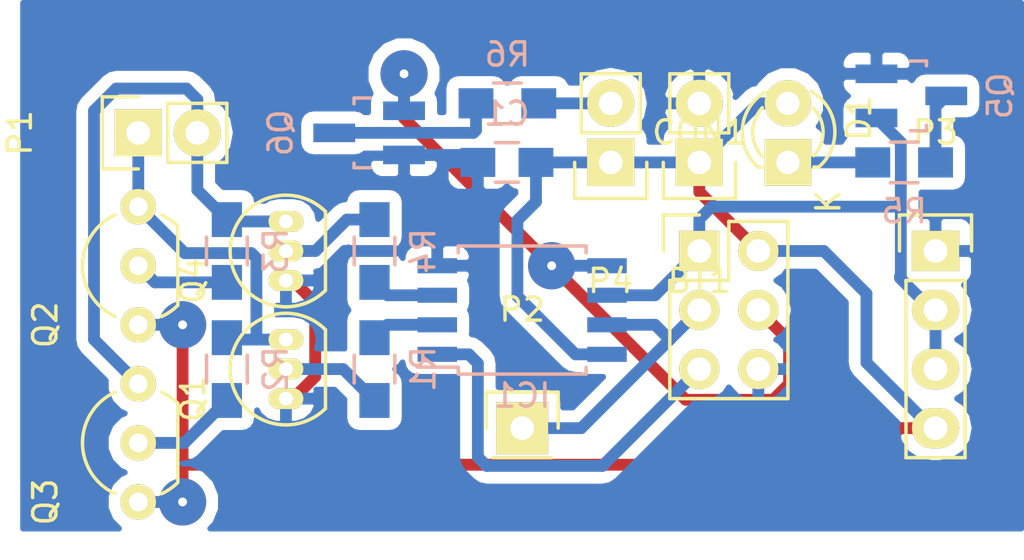
<source format=kicad_pcb>
(kicad_pcb (version 4) (host pcbnew 4.0.1-stable)

  (general
    (links 41)
    (no_connects 5)
    (area 143.6318 75.565 187.960001 99.814152)
    (thickness 1.6)
    (drawings 0)
    (tracks 116)
    (zones 0)
    (modules 21)
    (nets 19)
  )

  (page A4)
  (layers
    (0 F.Cu signal)
    (31 B.Cu signal)
    (32 B.Adhes user)
    (33 F.Adhes user)
    (34 B.Paste user)
    (35 F.Paste user)
    (36 B.SilkS user)
    (37 F.SilkS user)
    (38 B.Mask user)
    (39 F.Mask user)
    (40 Dwgs.User user)
    (41 Cmts.User user)
    (42 Eco1.User user)
    (43 Eco2.User user)
    (44 Edge.Cuts user)
    (45 Margin user)
    (46 B.CrtYd user)
    (47 F.CrtYd user)
    (48 B.Fab user)
    (49 F.Fab user)
  )

  (setup
    (last_trace_width 0.508)
    (trace_clearance 0.2032)
    (zone_clearance 0.508)
    (zone_45_only no)
    (trace_min 0.2)
    (segment_width 0.2)
    (edge_width 0.1)
    (via_size 2.032)
    (via_drill 0.381)
    (via_min_size 0.4)
    (via_min_drill 0.3)
    (uvia_size 0.254)
    (uvia_drill 0.1016)
    (uvias_allowed no)
    (uvia_min_size 0)
    (uvia_min_drill 0)
    (pcb_text_width 0.3)
    (pcb_text_size 1.5 1.5)
    (mod_edge_width 0.15)
    (mod_text_size 1 1)
    (mod_text_width 0.15)
    (pad_size 1.5 1.5)
    (pad_drill 0.6)
    (pad_to_mask_clearance 0)
    (aux_axis_origin 0 0)
    (visible_elements FFFFFF7F)
    (pcbplotparams
      (layerselection 0x00000_80000000)
      (usegerberextensions false)
      (excludeedgelayer true)
      (linewidth 0.100000)
      (plotframeref false)
      (viasonmask false)
      (mode 1)
      (useauxorigin false)
      (hpglpennumber 1)
      (hpglpenspeed 20)
      (hpglpendiameter 15)
      (hpglpenoverlay 2)
      (psnegative false)
      (psa4output false)
      (plotreference false)
      (plotvalue false)
      (plotinvisibletext false)
      (padsonsilk false)
      (subtractmaskfromsilk false)
      (outputformat 4)
      (mirror false)
      (drillshape 1)
      (scaleselection 1)
      (outputdirectory ""))
  )

  (net 0 "")
  (net 1 +5V)
  (net 2 GND)
  (net 3 /MISO)
  (net 4 /MAIN_BUTTON)
  (net 5 /MCU-LED)
  (net 6 /RST)
  (net 7 "Net-(D1-Pad1)")
  (net 8 /MOT_A)
  (net 9 /MOT_B)
  (net 10 "Net-(P1-Pad1)")
  (net 11 "Net-(P1-Pad2)")
  (net 12 "Net-(P4-Pad2)")
  (net 13 "Net-(Q1-Pad2)")
  (net 14 "Net-(Q2-Pad2)")
  (net 15 "Net-(Q3-Pad2)")
  (net 16 "Net-(Q4-Pad2)")
  (net 17 "Net-(Q5-Pad3)")
  (net 18 "Net-(Q6-Pad3)")

  (net_class Default "This is the default net class."
    (clearance 0.2032)
    (trace_width 0.508)
    (via_dia 2.032)
    (via_drill 0.381)
    (uvia_dia 0.254)
    (uvia_drill 0.1016)
    (add_net +5V)
    (add_net /MAIN_BUTTON)
    (add_net /MCU-LED)
    (add_net /MISO)
    (add_net /MOT_A)
    (add_net /MOT_B)
    (add_net /RST)
    (add_net GND)
    (add_net "Net-(D1-Pad1)")
    (add_net "Net-(P1-Pad1)")
    (add_net "Net-(P1-Pad2)")
    (add_net "Net-(P4-Pad2)")
    (add_net "Net-(Q1-Pad2)")
    (add_net "Net-(Q2-Pad2)")
    (add_net "Net-(Q3-Pad2)")
    (add_net "Net-(Q4-Pad2)")
    (add_net "Net-(Q5-Pad3)")
    (add_net "Net-(Q6-Pad3)")
  )

  (module Pin_Headers:Pin_Header_Straight_1x02 (layer F.Cu) (tedit 54EA090C) (tstamp 57823CE0)
    (at 173.99 82.55 180)
    (descr "Through hole pin header")
    (tags "pin header")
    (path /578116BC)
    (fp_text reference BT1 (at 0 -5.1 180) (layer F.SilkS)
      (effects (font (size 1 1) (thickness 0.15)))
    )
    (fp_text value 3xAA (at 0 -3.1 180) (layer F.Fab)
      (effects (font (size 1 1) (thickness 0.15)))
    )
    (fp_line (start 1.27 1.27) (end 1.27 3.81) (layer F.SilkS) (width 0.15))
    (fp_line (start 1.55 -1.55) (end 1.55 0) (layer F.SilkS) (width 0.15))
    (fp_line (start -1.75 -1.75) (end -1.75 4.3) (layer F.CrtYd) (width 0.05))
    (fp_line (start 1.75 -1.75) (end 1.75 4.3) (layer F.CrtYd) (width 0.05))
    (fp_line (start -1.75 -1.75) (end 1.75 -1.75) (layer F.CrtYd) (width 0.05))
    (fp_line (start -1.75 4.3) (end 1.75 4.3) (layer F.CrtYd) (width 0.05))
    (fp_line (start 1.27 1.27) (end -1.27 1.27) (layer F.SilkS) (width 0.15))
    (fp_line (start -1.55 0) (end -1.55 -1.55) (layer F.SilkS) (width 0.15))
    (fp_line (start -1.55 -1.55) (end 1.55 -1.55) (layer F.SilkS) (width 0.15))
    (fp_line (start -1.27 1.27) (end -1.27 3.81) (layer F.SilkS) (width 0.15))
    (fp_line (start -1.27 3.81) (end 1.27 3.81) (layer F.SilkS) (width 0.15))
    (pad 1 thru_hole rect (at 0 0 180) (size 2.032 2.032) (drill 1.016) (layers *.Cu *.Mask F.SilkS)
      (net 1 +5V))
    (pad 2 thru_hole oval (at 0 2.54 180) (size 2.032 2.032) (drill 1.016) (layers *.Cu *.Mask F.SilkS)
      (net 2 GND))
    (model Pin_Headers.3dshapes/Pin_Header_Straight_1x02.wrl
      (at (xyz 0 -0.05 0))
      (scale (xyz 1 1 1))
      (rotate (xyz 0 0 90))
    )
  )

  (module Capacitors_SMD:C_0805_HandSoldering (layer B.Cu) (tedit 541A9B8D) (tstamp 57823CEC)
    (at 165.715 82.55 180)
    (descr "Capacitor SMD 0805, hand soldering")
    (tags "capacitor 0805")
    (path /5781181E)
    (attr smd)
    (fp_text reference C1 (at 0 2.1 180) (layer B.SilkS)
      (effects (font (size 1 1) (thickness 0.15)) (justify mirror))
    )
    (fp_text value 100n (at 0 -2.1 180) (layer B.Fab)
      (effects (font (size 1 1) (thickness 0.15)) (justify mirror))
    )
    (fp_line (start -2.3 1) (end 2.3 1) (layer B.CrtYd) (width 0.05))
    (fp_line (start -2.3 -1) (end 2.3 -1) (layer B.CrtYd) (width 0.05))
    (fp_line (start -2.3 1) (end -2.3 -1) (layer B.CrtYd) (width 0.05))
    (fp_line (start 2.3 1) (end 2.3 -1) (layer B.CrtYd) (width 0.05))
    (fp_line (start 0.5 0.85) (end -0.5 0.85) (layer B.SilkS) (width 0.15))
    (fp_line (start -0.5 -0.85) (end 0.5 -0.85) (layer B.SilkS) (width 0.15))
    (pad 1 smd rect (at -1.25 0 180) (size 1.5 1.25) (layers B.Cu B.Paste B.Mask)
      (net 1 +5V))
    (pad 2 smd rect (at 1.25 0 180) (size 1.5 1.25) (layers B.Cu B.Paste B.Mask)
      (net 2 GND))
    (model Capacitors_SMD.3dshapes/C_0805_HandSoldering.wrl
      (at (xyz 0 0 0))
      (scale (xyz 1 1 1))
      (rotate (xyz 0 0 0))
    )
  )

  (module Pin_Headers:Pin_Header_Straight_2x03 (layer F.Cu) (tedit 54EA0A4B) (tstamp 57823D03)
    (at 173.99 86.36)
    (descr "Through hole pin header")
    (tags "pin header")
    (path /57811927)
    (fp_text reference CON1 (at 0 -5.1) (layer F.SilkS)
      (effects (font (size 1 1) (thickness 0.15)))
    )
    (fp_text value AVR-ISP-6 (at 0 -3.1) (layer F.Fab)
      (effects (font (size 1 1) (thickness 0.15)))
    )
    (fp_line (start -1.27 1.27) (end -1.27 6.35) (layer F.SilkS) (width 0.15))
    (fp_line (start -1.55 -1.55) (end 0 -1.55) (layer F.SilkS) (width 0.15))
    (fp_line (start -1.75 -1.75) (end -1.75 6.85) (layer F.CrtYd) (width 0.05))
    (fp_line (start 4.3 -1.75) (end 4.3 6.85) (layer F.CrtYd) (width 0.05))
    (fp_line (start -1.75 -1.75) (end 4.3 -1.75) (layer F.CrtYd) (width 0.05))
    (fp_line (start -1.75 6.85) (end 4.3 6.85) (layer F.CrtYd) (width 0.05))
    (fp_line (start 1.27 -1.27) (end 1.27 1.27) (layer F.SilkS) (width 0.15))
    (fp_line (start 1.27 1.27) (end -1.27 1.27) (layer F.SilkS) (width 0.15))
    (fp_line (start -1.27 6.35) (end 3.81 6.35) (layer F.SilkS) (width 0.15))
    (fp_line (start 3.81 6.35) (end 3.81 1.27) (layer F.SilkS) (width 0.15))
    (fp_line (start -1.55 -1.55) (end -1.55 0) (layer F.SilkS) (width 0.15))
    (fp_line (start 3.81 -1.27) (end 1.27 -1.27) (layer F.SilkS) (width 0.15))
    (fp_line (start 3.81 1.27) (end 3.81 -1.27) (layer F.SilkS) (width 0.15))
    (pad 1 thru_hole rect (at 0 0) (size 1.7272 1.7272) (drill 1.016) (layers *.Cu *.Mask F.SilkS)
      (net 3 /MISO))
    (pad 2 thru_hole oval (at 2.54 0) (size 1.7272 1.7272) (drill 1.016) (layers *.Cu *.Mask F.SilkS)
      (net 1 +5V))
    (pad 3 thru_hole oval (at 0 2.54) (size 1.7272 1.7272) (drill 1.016) (layers *.Cu *.Mask F.SilkS)
      (net 4 /MAIN_BUTTON))
    (pad 4 thru_hole oval (at 2.54 2.54) (size 1.7272 1.7272) (drill 1.016) (layers *.Cu *.Mask F.SilkS)
      (net 5 /MCU-LED))
    (pad 5 thru_hole oval (at 0 5.08) (size 1.7272 1.7272) (drill 1.016) (layers *.Cu *.Mask F.SilkS)
      (net 6 /RST))
    (pad 6 thru_hole oval (at 2.54 5.08) (size 1.7272 1.7272) (drill 1.016) (layers *.Cu *.Mask F.SilkS)
      (net 2 GND))
    (model Pin_Headers.3dshapes/Pin_Header_Straight_2x03.wrl
      (at (xyz 0.05 -0.1 0))
      (scale (xyz 1 1 1))
      (rotate (xyz 0 0 90))
    )
  )

  (module LEDs:LED-3MM (layer F.Cu) (tedit 559B82F6) (tstamp 57823D14)
    (at 177.8 82.55 90)
    (descr "LED 3mm round vertical")
    (tags "LED  3mm round vertical")
    (path /5781266C)
    (fp_text reference D1 (at 1.91 3.06 90) (layer F.SilkS)
      (effects (font (size 1 1) (thickness 0.15)))
    )
    (fp_text value red (at 1.3 -2.9 90) (layer F.Fab)
      (effects (font (size 1 1) (thickness 0.15)))
    )
    (fp_line (start -1.2 2.3) (end 3.8 2.3) (layer F.CrtYd) (width 0.05))
    (fp_line (start 3.8 2.3) (end 3.8 -2.2) (layer F.CrtYd) (width 0.05))
    (fp_line (start 3.8 -2.2) (end -1.2 -2.2) (layer F.CrtYd) (width 0.05))
    (fp_line (start -1.2 -2.2) (end -1.2 2.3) (layer F.CrtYd) (width 0.05))
    (fp_line (start -0.199 1.314) (end -0.199 1.114) (layer F.SilkS) (width 0.15))
    (fp_line (start -0.199 -1.28) (end -0.199 -1.1) (layer F.SilkS) (width 0.15))
    (fp_arc (start 1.301 0.034) (end -0.199 -1.286) (angle 108.5) (layer F.SilkS) (width 0.15))
    (fp_arc (start 1.301 0.034) (end 0.25 -1.1) (angle 85.7) (layer F.SilkS) (width 0.15))
    (fp_arc (start 1.311 0.034) (end 3.051 0.994) (angle 110) (layer F.SilkS) (width 0.15))
    (fp_arc (start 1.301 0.034) (end 2.335 1.094) (angle 87.5) (layer F.SilkS) (width 0.15))
    (fp_text user K (at -1.69 1.74 90) (layer F.SilkS)
      (effects (font (size 1 1) (thickness 0.15)))
    )
    (pad 1 thru_hole rect (at 0 0 180) (size 2 2) (drill 1.00076) (layers *.Cu *.Mask F.SilkS)
      (net 7 "Net-(D1-Pad1)"))
    (pad 2 thru_hole circle (at 2.54 0 90) (size 2 2) (drill 1.00076) (layers *.Cu *.Mask F.SilkS)
      (net 1 +5V))
    (model LEDs.3dshapes/LED-3MM.wrl
      (at (xyz 0.05 0 0))
      (scale (xyz 1 1 1))
      (rotate (xyz 0 0 90))
    )
  )

  (module Housings_SOIC:SOIJ-8_5.3x5.3mm_Pitch1.27mm (layer B.Cu) (tedit 54130A77) (tstamp 57823D2B)
    (at 166.37 88.9)
    (descr "8-Lead Plastic Small Outline (SM) - Medium, 5.28 mm Body [SOIC] (see Microchip Packaging Specification 00000049BS.pdf)")
    (tags "SOIC 1.27")
    (path /57811753)
    (attr smd)
    (fp_text reference IC1 (at 0 3.68) (layer B.SilkS)
      (effects (font (size 1 1) (thickness 0.15)) (justify mirror))
    )
    (fp_text value ATTINY85-S (at 0 -3.68) (layer B.Fab)
      (effects (font (size 1 1) (thickness 0.15)) (justify mirror))
    )
    (fp_line (start -4.75 2.95) (end -4.75 -2.95) (layer B.CrtYd) (width 0.05))
    (fp_line (start 4.75 2.95) (end 4.75 -2.95) (layer B.CrtYd) (width 0.05))
    (fp_line (start -4.75 2.95) (end 4.75 2.95) (layer B.CrtYd) (width 0.05))
    (fp_line (start -4.75 -2.95) (end 4.75 -2.95) (layer B.CrtYd) (width 0.05))
    (fp_line (start -2.75 2.755) (end -2.75 2.455) (layer B.SilkS) (width 0.15))
    (fp_line (start 2.75 2.755) (end 2.75 2.455) (layer B.SilkS) (width 0.15))
    (fp_line (start 2.75 -2.755) (end 2.75 -2.455) (layer B.SilkS) (width 0.15))
    (fp_line (start -2.75 -2.755) (end -2.75 -2.455) (layer B.SilkS) (width 0.15))
    (fp_line (start -2.75 2.755) (end 2.75 2.755) (layer B.SilkS) (width 0.15))
    (fp_line (start -2.75 -2.755) (end 2.75 -2.755) (layer B.SilkS) (width 0.15))
    (fp_line (start -2.75 2.455) (end -4.5 2.455) (layer B.SilkS) (width 0.15))
    (pad 1 smd rect (at -3.65 1.905) (size 1.7 0.65) (layers B.Cu B.Paste B.Mask)
      (net 6 /RST))
    (pad 2 smd rect (at -3.65 0.635) (size 1.7 0.65) (layers B.Cu B.Paste B.Mask)
      (net 8 /MOT_A))
    (pad 3 smd rect (at -3.65 -0.635) (size 1.7 0.65) (layers B.Cu B.Paste B.Mask)
      (net 9 /MOT_B))
    (pad 4 smd rect (at -3.65 -1.905) (size 1.7 0.65) (layers B.Cu B.Paste B.Mask)
      (net 2 GND))
    (pad 5 smd rect (at 3.65 -1.905) (size 1.7 0.65) (layers B.Cu B.Paste B.Mask)
      (net 5 /MCU-LED))
    (pad 6 smd rect (at 3.65 -0.635) (size 1.7 0.65) (layers B.Cu B.Paste B.Mask)
      (net 3 /MISO))
    (pad 7 smd rect (at 3.65 0.635) (size 1.7 0.65) (layers B.Cu B.Paste B.Mask)
      (net 4 /MAIN_BUTTON))
    (pad 8 smd rect (at 3.65 1.905) (size 1.7 0.65) (layers B.Cu B.Paste B.Mask)
      (net 1 +5V))
    (model Housings_SOIC.3dshapes/SOIJ-8_5.3x5.3mm_Pitch1.27mm.wrl
      (at (xyz 0 0 0))
      (scale (xyz 1 1 1))
      (rotate (xyz 0 0 0))
    )
  )

  (module Pin_Headers:Pin_Header_Straight_1x02 (layer F.Cu) (tedit 54EA090C) (tstamp 57823D3C)
    (at 149.86 81.28 90)
    (descr "Through hole pin header")
    (tags "pin header")
    (path /57814B15)
    (fp_text reference P1 (at 0 -5.1 90) (layer F.SilkS)
      (effects (font (size 1 1) (thickness 0.15)))
    )
    (fp_text value MOTOR (at 0 -3.1 90) (layer F.Fab)
      (effects (font (size 1 1) (thickness 0.15)))
    )
    (fp_line (start 1.27 1.27) (end 1.27 3.81) (layer F.SilkS) (width 0.15))
    (fp_line (start 1.55 -1.55) (end 1.55 0) (layer F.SilkS) (width 0.15))
    (fp_line (start -1.75 -1.75) (end -1.75 4.3) (layer F.CrtYd) (width 0.05))
    (fp_line (start 1.75 -1.75) (end 1.75 4.3) (layer F.CrtYd) (width 0.05))
    (fp_line (start -1.75 -1.75) (end 1.75 -1.75) (layer F.CrtYd) (width 0.05))
    (fp_line (start -1.75 4.3) (end 1.75 4.3) (layer F.CrtYd) (width 0.05))
    (fp_line (start 1.27 1.27) (end -1.27 1.27) (layer F.SilkS) (width 0.15))
    (fp_line (start -1.55 0) (end -1.55 -1.55) (layer F.SilkS) (width 0.15))
    (fp_line (start -1.55 -1.55) (end 1.55 -1.55) (layer F.SilkS) (width 0.15))
    (fp_line (start -1.27 1.27) (end -1.27 3.81) (layer F.SilkS) (width 0.15))
    (fp_line (start -1.27 3.81) (end 1.27 3.81) (layer F.SilkS) (width 0.15))
    (pad 1 thru_hole rect (at 0 0 90) (size 2.032 2.032) (drill 1.016) (layers *.Cu *.Mask F.SilkS)
      (net 10 "Net-(P1-Pad1)"))
    (pad 2 thru_hole oval (at 0 2.54 90) (size 2.032 2.032) (drill 1.016) (layers *.Cu *.Mask F.SilkS)
      (net 11 "Net-(P1-Pad2)"))
    (model Pin_Headers.3dshapes/Pin_Header_Straight_1x02.wrl
      (at (xyz 0 -0.05 0))
      (scale (xyz 1 1 1))
      (rotate (xyz 0 0 90))
    )
  )

  (module Pin_Headers:Pin_Header_Straight_1x01 (layer F.Cu) (tedit 54EA08DC) (tstamp 57823D49)
    (at 166.37 93.98)
    (descr "Through hole pin header")
    (tags "pin header")
    (path /57812920)
    (fp_text reference P2 (at 0 -5.1) (layer F.SilkS)
      (effects (font (size 1 1) (thickness 0.15)))
    )
    (fp_text value MAIN_BUTTON (at 0 -3.1) (layer F.Fab)
      (effects (font (size 1 1) (thickness 0.15)))
    )
    (fp_line (start 1.55 -1.55) (end 1.55 0) (layer F.SilkS) (width 0.15))
    (fp_line (start -1.75 -1.75) (end -1.75 1.75) (layer F.CrtYd) (width 0.05))
    (fp_line (start 1.75 -1.75) (end 1.75 1.75) (layer F.CrtYd) (width 0.05))
    (fp_line (start -1.75 -1.75) (end 1.75 -1.75) (layer F.CrtYd) (width 0.05))
    (fp_line (start -1.75 1.75) (end 1.75 1.75) (layer F.CrtYd) (width 0.05))
    (fp_line (start -1.55 0) (end -1.55 -1.55) (layer F.SilkS) (width 0.15))
    (fp_line (start -1.55 -1.55) (end 1.55 -1.55) (layer F.SilkS) (width 0.15))
    (fp_line (start -1.27 1.27) (end 1.27 1.27) (layer F.SilkS) (width 0.15))
    (pad 1 thru_hole rect (at 0 0) (size 2.2352 2.2352) (drill 1.016) (layers *.Cu *.Mask F.SilkS)
      (net 4 /MAIN_BUTTON))
    (model Pin_Headers.3dshapes/Pin_Header_Straight_1x01.wrl
      (at (xyz 0 0 0))
      (scale (xyz 1 1 1))
      (rotate (xyz 0 0 90))
    )
  )

  (module Pin_Headers:Pin_Header_Straight_1x04 (layer F.Cu) (tedit 0) (tstamp 57823D5C)
    (at 184.15 86.36)
    (descr "Through hole pin header")
    (tags "pin header")
    (path /57812254)
    (fp_text reference P3 (at 0 -5.1) (layer F.SilkS)
      (effects (font (size 1 1) (thickness 0.15)))
    )
    (fp_text value MX-05V (at 0 -3.1) (layer F.Fab)
      (effects (font (size 1 1) (thickness 0.15)))
    )
    (fp_line (start -1.75 -1.75) (end -1.75 9.4) (layer F.CrtYd) (width 0.05))
    (fp_line (start 1.75 -1.75) (end 1.75 9.4) (layer F.CrtYd) (width 0.05))
    (fp_line (start -1.75 -1.75) (end 1.75 -1.75) (layer F.CrtYd) (width 0.05))
    (fp_line (start -1.75 9.4) (end 1.75 9.4) (layer F.CrtYd) (width 0.05))
    (fp_line (start -1.27 1.27) (end -1.27 8.89) (layer F.SilkS) (width 0.15))
    (fp_line (start 1.27 1.27) (end 1.27 8.89) (layer F.SilkS) (width 0.15))
    (fp_line (start 1.55 -1.55) (end 1.55 0) (layer F.SilkS) (width 0.15))
    (fp_line (start -1.27 8.89) (end 1.27 8.89) (layer F.SilkS) (width 0.15))
    (fp_line (start 1.27 1.27) (end -1.27 1.27) (layer F.SilkS) (width 0.15))
    (fp_line (start -1.55 0) (end -1.55 -1.55) (layer F.SilkS) (width 0.15))
    (fp_line (start -1.55 -1.55) (end 1.55 -1.55) (layer F.SilkS) (width 0.15))
    (pad 1 thru_hole rect (at 0 0) (size 2.032 1.7272) (drill 1.016) (layers *.Cu *.Mask F.SilkS)
      (net 2 GND))
    (pad 2 thru_hole oval (at 0 2.54) (size 2.032 1.7272) (drill 1.016) (layers *.Cu *.Mask F.SilkS)
      (net 3 /MISO))
    (pad 3 thru_hole oval (at 0 5.08) (size 2.032 1.7272) (drill 1.016) (layers *.Cu *.Mask F.SilkS)
      (net 3 /MISO))
    (pad 4 thru_hole oval (at 0 7.62) (size 2.032 1.7272) (drill 1.016) (layers *.Cu *.Mask F.SilkS)
      (net 1 +5V))
    (model Pin_Headers.3dshapes/Pin_Header_Straight_1x04.wrl
      (at (xyz 0 -0.15 0))
      (scale (xyz 1 1 1))
      (rotate (xyz 0 0 90))
    )
  )

  (module Pin_Headers:Pin_Header_Straight_1x02 (layer F.Cu) (tedit 54EA090C) (tstamp 57823D6D)
    (at 170.18 82.55 180)
    (descr "Through hole pin header")
    (tags "pin header")
    (path /57811B73)
    (fp_text reference P4 (at 0 -5.1 180) (layer F.SilkS)
      (effects (font (size 1 1) (thickness 0.15)))
    )
    (fp_text value LEDs (at 0 -3.1 180) (layer F.Fab)
      (effects (font (size 1 1) (thickness 0.15)))
    )
    (fp_line (start 1.27 1.27) (end 1.27 3.81) (layer F.SilkS) (width 0.15))
    (fp_line (start 1.55 -1.55) (end 1.55 0) (layer F.SilkS) (width 0.15))
    (fp_line (start -1.75 -1.75) (end -1.75 4.3) (layer F.CrtYd) (width 0.05))
    (fp_line (start 1.75 -1.75) (end 1.75 4.3) (layer F.CrtYd) (width 0.05))
    (fp_line (start -1.75 -1.75) (end 1.75 -1.75) (layer F.CrtYd) (width 0.05))
    (fp_line (start -1.75 4.3) (end 1.75 4.3) (layer F.CrtYd) (width 0.05))
    (fp_line (start 1.27 1.27) (end -1.27 1.27) (layer F.SilkS) (width 0.15))
    (fp_line (start -1.55 0) (end -1.55 -1.55) (layer F.SilkS) (width 0.15))
    (fp_line (start -1.55 -1.55) (end 1.55 -1.55) (layer F.SilkS) (width 0.15))
    (fp_line (start -1.27 1.27) (end -1.27 3.81) (layer F.SilkS) (width 0.15))
    (fp_line (start -1.27 3.81) (end 1.27 3.81) (layer F.SilkS) (width 0.15))
    (pad 1 thru_hole rect (at 0 0 180) (size 2.032 2.032) (drill 1.016) (layers *.Cu *.Mask F.SilkS)
      (net 1 +5V))
    (pad 2 thru_hole oval (at 0 2.54 180) (size 2.032 2.032) (drill 1.016) (layers *.Cu *.Mask F.SilkS)
      (net 12 "Net-(P4-Pad2)"))
    (model Pin_Headers.3dshapes/Pin_Header_Straight_1x02.wrl
      (at (xyz 0 -0.05 0))
      (scale (xyz 1 1 1))
      (rotate (xyz 0 0 90))
    )
  )

  (module TO_SOT_Packages_THT:TO-92_Inline_Narrow_Oval (layer F.Cu) (tedit 54F24281) (tstamp 57823D7B)
    (at 156.21 92.71 90)
    (descr "TO-92 leads in-line, narrow, oval pads, drill 0.6mm (see NXP sot054_po.pdf)")
    (tags "to-92 sc-43 sc-43a sot54 PA33 transistor")
    (path /578234FD)
    (fp_text reference Q1 (at 0 -4 90) (layer F.SilkS)
      (effects (font (size 1 1) (thickness 0.15)))
    )
    (fp_text value S8050 (at 0 3 90) (layer F.Fab)
      (effects (font (size 1 1) (thickness 0.15)))
    )
    (fp_line (start -1.4 1.95) (end -1.4 -2.65) (layer F.CrtYd) (width 0.05))
    (fp_line (start -1.4 1.95) (end 3.95 1.95) (layer F.CrtYd) (width 0.05))
    (fp_line (start -0.43 1.7) (end 2.97 1.7) (layer F.SilkS) (width 0.15))
    (fp_arc (start 1.27 0) (end 1.27 -2.4) (angle -135) (layer F.SilkS) (width 0.15))
    (fp_arc (start 1.27 0) (end 1.27 -2.4) (angle 135) (layer F.SilkS) (width 0.15))
    (fp_line (start -1.4 -2.65) (end 3.95 -2.65) (layer F.CrtYd) (width 0.05))
    (fp_line (start 3.95 1.95) (end 3.95 -2.65) (layer F.CrtYd) (width 0.05))
    (pad 2 thru_hole oval (at 1.27 0 270) (size 0.89916 1.50114) (drill 0.6) (layers *.Cu *.Mask F.SilkS)
      (net 13 "Net-(Q1-Pad2)"))
    (pad 3 thru_hole oval (at 2.54 0 270) (size 0.89916 1.50114) (drill 0.6) (layers *.Cu *.Mask F.SilkS)
      (net 10 "Net-(P1-Pad1)"))
    (pad 1 thru_hole oval (at 0 0 270) (size 0.89916 1.50114) (drill 0.6) (layers *.Cu *.Mask F.SilkS)
      (net 2 GND))
    (model TO_SOT_Packages_THT.3dshapes/TO-92_Inline_Narrow_Oval.wrl
      (at (xyz 0.05 0 0))
      (scale (xyz 1 1 1))
      (rotate (xyz 0 0 -90))
    )
  )

  (module TO_SOT_Packages_THT:TO-92_Inline_Narrow_Oval (layer F.Cu) (tedit 54F24281) (tstamp 57823DA5)
    (at 156.21 87.63 90)
    (descr "TO-92 leads in-line, narrow, oval pads, drill 0.6mm (see NXP sot054_po.pdf)")
    (tags "to-92 sc-43 sc-43a sot54 PA33 transistor")
    (path /5782371E)
    (fp_text reference Q4 (at 0 -4 90) (layer F.SilkS)
      (effects (font (size 1 1) (thickness 0.15)))
    )
    (fp_text value S8050 (at 0 3 90) (layer F.Fab)
      (effects (font (size 1 1) (thickness 0.15)))
    )
    (fp_line (start -1.4 1.95) (end -1.4 -2.65) (layer F.CrtYd) (width 0.05))
    (fp_line (start -1.4 1.95) (end 3.95 1.95) (layer F.CrtYd) (width 0.05))
    (fp_line (start -0.43 1.7) (end 2.97 1.7) (layer F.SilkS) (width 0.15))
    (fp_arc (start 1.27 0) (end 1.27 -2.4) (angle -135) (layer F.SilkS) (width 0.15))
    (fp_arc (start 1.27 0) (end 1.27 -2.4) (angle 135) (layer F.SilkS) (width 0.15))
    (fp_line (start -1.4 -2.65) (end 3.95 -2.65) (layer F.CrtYd) (width 0.05))
    (fp_line (start 3.95 1.95) (end 3.95 -2.65) (layer F.CrtYd) (width 0.05))
    (pad 2 thru_hole oval (at 1.27 0 270) (size 0.89916 1.50114) (drill 0.6) (layers *.Cu *.Mask F.SilkS)
      (net 16 "Net-(Q4-Pad2)"))
    (pad 3 thru_hole oval (at 2.54 0 270) (size 0.89916 1.50114) (drill 0.6) (layers *.Cu *.Mask F.SilkS)
      (net 11 "Net-(P1-Pad2)"))
    (pad 1 thru_hole oval (at 0 0 270) (size 0.89916 1.50114) (drill 0.6) (layers *.Cu *.Mask F.SilkS)
      (net 2 GND))
    (model TO_SOT_Packages_THT.3dshapes/TO-92_Inline_Narrow_Oval.wrl
      (at (xyz 0.05 0 0))
      (scale (xyz 1 1 1))
      (rotate (xyz 0 0 -90))
    )
  )

  (module TO_SOT_Packages_SMD:SOT-23_Handsoldering (layer B.Cu) (tedit 54E9291B) (tstamp 57823DB0)
    (at 183.11114 79.69 90)
    (descr "SOT-23, Handsoldering")
    (tags SOT-23)
    (path /578125CB)
    (attr smd)
    (fp_text reference Q5 (at 0 3.81 90) (layer B.SilkS)
      (effects (font (size 1 1) (thickness 0.15)) (justify mirror))
    )
    (fp_text value 2N7002 (at 0 -3.81 90) (layer B.Fab)
      (effects (font (size 1 1) (thickness 0.15)) (justify mirror))
    )
    (fp_line (start -1.49982 -0.0508) (end -1.49982 0.65024) (layer B.SilkS) (width 0.15))
    (fp_line (start -1.49982 0.65024) (end -1.2509 0.65024) (layer B.SilkS) (width 0.15))
    (fp_line (start 1.29916 0.65024) (end 1.49982 0.65024) (layer B.SilkS) (width 0.15))
    (fp_line (start 1.49982 0.65024) (end 1.49982 -0.0508) (layer B.SilkS) (width 0.15))
    (pad 1 smd rect (at -0.95 -1.50114 90) (size 0.8001 1.80086) (layers B.Cu B.Paste B.Mask)
      (net 3 /MISO))
    (pad 2 smd rect (at 0.95 -1.50114 90) (size 0.8001 1.80086) (layers B.Cu B.Paste B.Mask)
      (net 2 GND))
    (pad 3 smd rect (at 0 1.50114 90) (size 0.8001 1.80086) (layers B.Cu B.Paste B.Mask)
      (net 17 "Net-(Q5-Pad3)"))
    (model TO_SOT_Packages_SMD.3dshapes/SOT-23_Handsoldering.wrl
      (at (xyz 0 0 0))
      (scale (xyz 1 1 1))
      (rotate (xyz 0 0 0))
    )
  )

  (module Resistors_SMD:R_0805_HandSoldering (layer B.Cu) (tedit 54189DEE) (tstamp 57823DCA)
    (at 160.02 91.44 90)
    (descr "Resistor SMD 0805, hand soldering")
    (tags "resistor 0805")
    (path /578240D6)
    (attr smd)
    (fp_text reference R1 (at 0 2.1 90) (layer B.SilkS)
      (effects (font (size 1 1) (thickness 0.15)) (justify mirror))
    )
    (fp_text value 220 (at 0 -2.1 90) (layer B.Fab)
      (effects (font (size 1 1) (thickness 0.15)) (justify mirror))
    )
    (fp_line (start -2.4 1) (end 2.4 1) (layer B.CrtYd) (width 0.05))
    (fp_line (start -2.4 -1) (end 2.4 -1) (layer B.CrtYd) (width 0.05))
    (fp_line (start -2.4 1) (end -2.4 -1) (layer B.CrtYd) (width 0.05))
    (fp_line (start 2.4 1) (end 2.4 -1) (layer B.CrtYd) (width 0.05))
    (fp_line (start 0.6 -0.875) (end -0.6 -0.875) (layer B.SilkS) (width 0.15))
    (fp_line (start -0.6 0.875) (end 0.6 0.875) (layer B.SilkS) (width 0.15))
    (pad 1 smd rect (at -1.35 0 90) (size 1.5 1.3) (layers B.Cu B.Paste B.Mask)
      (net 13 "Net-(Q1-Pad2)"))
    (pad 2 smd rect (at 1.35 0 90) (size 1.5 1.3) (layers B.Cu B.Paste B.Mask)
      (net 8 /MOT_A))
    (model Resistors_SMD.3dshapes/R_0805_HandSoldering.wrl
      (at (xyz 0 0 0))
      (scale (xyz 1 1 1))
      (rotate (xyz 0 0 0))
    )
  )

  (module Resistors_SMD:R_0805_HandSoldering (layer B.Cu) (tedit 54189DEE) (tstamp 57823DD6)
    (at 153.67 91.44 90)
    (descr "Resistor SMD 0805, hand soldering")
    (tags "resistor 0805")
    (path /5782317D)
    (attr smd)
    (fp_text reference R2 (at 0 2.1 90) (layer B.SilkS)
      (effects (font (size 1 1) (thickness 0.15)) (justify mirror))
    )
    (fp_text value 220 (at 0 -2.1 90) (layer B.Fab)
      (effects (font (size 1 1) (thickness 0.15)) (justify mirror))
    )
    (fp_line (start -2.4 1) (end 2.4 1) (layer B.CrtYd) (width 0.05))
    (fp_line (start -2.4 -1) (end 2.4 -1) (layer B.CrtYd) (width 0.05))
    (fp_line (start -2.4 1) (end -2.4 -1) (layer B.CrtYd) (width 0.05))
    (fp_line (start 2.4 1) (end 2.4 -1) (layer B.CrtYd) (width 0.05))
    (fp_line (start 0.6 -0.875) (end -0.6 -0.875) (layer B.SilkS) (width 0.15))
    (fp_line (start -0.6 0.875) (end 0.6 0.875) (layer B.SilkS) (width 0.15))
    (pad 1 smd rect (at -1.35 0 90) (size 1.5 1.3) (layers B.Cu B.Paste B.Mask)
      (net 15 "Net-(Q3-Pad2)"))
    (pad 2 smd rect (at 1.35 0 90) (size 1.5 1.3) (layers B.Cu B.Paste B.Mask)
      (net 10 "Net-(P1-Pad1)"))
    (model Resistors_SMD.3dshapes/R_0805_HandSoldering.wrl
      (at (xyz 0 0 0))
      (scale (xyz 1 1 1))
      (rotate (xyz 0 0 0))
    )
  )

  (module Resistors_SMD:R_0805_HandSoldering (layer B.Cu) (tedit 54189DEE) (tstamp 57823DE2)
    (at 153.67 86.36 90)
    (descr "Resistor SMD 0805, hand soldering")
    (tags "resistor 0805")
    (path /578231CC)
    (attr smd)
    (fp_text reference R3 (at 0 2.1 90) (layer B.SilkS)
      (effects (font (size 1 1) (thickness 0.15)) (justify mirror))
    )
    (fp_text value 220 (at 0 -2.1 90) (layer B.Fab)
      (effects (font (size 1 1) (thickness 0.15)) (justify mirror))
    )
    (fp_line (start -2.4 1) (end 2.4 1) (layer B.CrtYd) (width 0.05))
    (fp_line (start -2.4 -1) (end 2.4 -1) (layer B.CrtYd) (width 0.05))
    (fp_line (start -2.4 1) (end -2.4 -1) (layer B.CrtYd) (width 0.05))
    (fp_line (start 2.4 1) (end 2.4 -1) (layer B.CrtYd) (width 0.05))
    (fp_line (start 0.6 -0.875) (end -0.6 -0.875) (layer B.SilkS) (width 0.15))
    (fp_line (start -0.6 0.875) (end 0.6 0.875) (layer B.SilkS) (width 0.15))
    (pad 1 smd rect (at -1.35 0 90) (size 1.5 1.3) (layers B.Cu B.Paste B.Mask)
      (net 14 "Net-(Q2-Pad2)"))
    (pad 2 smd rect (at 1.35 0 90) (size 1.5 1.3) (layers B.Cu B.Paste B.Mask)
      (net 11 "Net-(P1-Pad2)"))
    (model Resistors_SMD.3dshapes/R_0805_HandSoldering.wrl
      (at (xyz 0 0 0))
      (scale (xyz 1 1 1))
      (rotate (xyz 0 0 0))
    )
  )

  (module Resistors_SMD:R_0805_HandSoldering (layer B.Cu) (tedit 54189DEE) (tstamp 57823DEE)
    (at 160.02 86.36 90)
    (descr "Resistor SMD 0805, hand soldering")
    (tags "resistor 0805")
    (path /5782405C)
    (attr smd)
    (fp_text reference R4 (at 0 2.1 90) (layer B.SilkS)
      (effects (font (size 1 1) (thickness 0.15)) (justify mirror))
    )
    (fp_text value 220 (at 0 -2.1 90) (layer B.Fab)
      (effects (font (size 1 1) (thickness 0.15)) (justify mirror))
    )
    (fp_line (start -2.4 1) (end 2.4 1) (layer B.CrtYd) (width 0.05))
    (fp_line (start -2.4 -1) (end 2.4 -1) (layer B.CrtYd) (width 0.05))
    (fp_line (start -2.4 1) (end -2.4 -1) (layer B.CrtYd) (width 0.05))
    (fp_line (start 2.4 1) (end 2.4 -1) (layer B.CrtYd) (width 0.05))
    (fp_line (start 0.6 -0.875) (end -0.6 -0.875) (layer B.SilkS) (width 0.15))
    (fp_line (start -0.6 0.875) (end 0.6 0.875) (layer B.SilkS) (width 0.15))
    (pad 1 smd rect (at -1.35 0 90) (size 1.5 1.3) (layers B.Cu B.Paste B.Mask)
      (net 9 /MOT_B))
    (pad 2 smd rect (at 1.35 0 90) (size 1.5 1.3) (layers B.Cu B.Paste B.Mask)
      (net 16 "Net-(Q4-Pad2)"))
    (model Resistors_SMD.3dshapes/R_0805_HandSoldering.wrl
      (at (xyz 0 0 0))
      (scale (xyz 1 1 1))
      (rotate (xyz 0 0 0))
    )
  )

  (module Resistors_SMD:R_0805_HandSoldering (layer B.Cu) (tedit 54189DEE) (tstamp 57823DFA)
    (at 182.8 82.55)
    (descr "Resistor SMD 0805, hand soldering")
    (tags "resistor 0805")
    (path /578125D8)
    (attr smd)
    (fp_text reference R5 (at 0 2.1) (layer B.SilkS)
      (effects (font (size 1 1) (thickness 0.15)) (justify mirror))
    )
    (fp_text value 4k7 (at 0 -2.1) (layer B.Fab)
      (effects (font (size 1 1) (thickness 0.15)) (justify mirror))
    )
    (fp_line (start -2.4 1) (end 2.4 1) (layer B.CrtYd) (width 0.05))
    (fp_line (start -2.4 -1) (end 2.4 -1) (layer B.CrtYd) (width 0.05))
    (fp_line (start -2.4 1) (end -2.4 -1) (layer B.CrtYd) (width 0.05))
    (fp_line (start 2.4 1) (end 2.4 -1) (layer B.CrtYd) (width 0.05))
    (fp_line (start 0.6 -0.875) (end -0.6 -0.875) (layer B.SilkS) (width 0.15))
    (fp_line (start -0.6 0.875) (end 0.6 0.875) (layer B.SilkS) (width 0.15))
    (pad 1 smd rect (at -1.35 0) (size 1.5 1.3) (layers B.Cu B.Paste B.Mask)
      (net 7 "Net-(D1-Pad1)"))
    (pad 2 smd rect (at 1.35 0) (size 1.5 1.3) (layers B.Cu B.Paste B.Mask)
      (net 17 "Net-(Q5-Pad3)"))
    (model Resistors_SMD.3dshapes/R_0805_HandSoldering.wrl
      (at (xyz 0 0 0))
      (scale (xyz 1 1 1))
      (rotate (xyz 0 0 0))
    )
  )

  (module Resistors_SMD:R_0805_HandSoldering (layer B.Cu) (tedit 54189DEE) (tstamp 57823E06)
    (at 165.735 80.01 180)
    (descr "Resistor SMD 0805, hand soldering")
    (tags "resistor 0805")
    (path /57811D85)
    (attr smd)
    (fp_text reference R6 (at 0 2.1 180) (layer B.SilkS)
      (effects (font (size 1 1) (thickness 0.15)) (justify mirror))
    )
    (fp_text value 0 (at 0 -2.1 180) (layer B.Fab)
      (effects (font (size 1 1) (thickness 0.15)) (justify mirror))
    )
    (fp_line (start -2.4 1) (end 2.4 1) (layer B.CrtYd) (width 0.05))
    (fp_line (start -2.4 -1) (end 2.4 -1) (layer B.CrtYd) (width 0.05))
    (fp_line (start -2.4 1) (end -2.4 -1) (layer B.CrtYd) (width 0.05))
    (fp_line (start 2.4 1) (end 2.4 -1) (layer B.CrtYd) (width 0.05))
    (fp_line (start 0.6 -0.875) (end -0.6 -0.875) (layer B.SilkS) (width 0.15))
    (fp_line (start -0.6 0.875) (end 0.6 0.875) (layer B.SilkS) (width 0.15))
    (pad 1 smd rect (at -1.35 0 180) (size 1.5 1.3) (layers B.Cu B.Paste B.Mask)
      (net 12 "Net-(P4-Pad2)"))
    (pad 2 smd rect (at 1.35 0 180) (size 1.5 1.3) (layers B.Cu B.Paste B.Mask)
      (net 18 "Net-(Q6-Pad3)"))
    (model Resistors_SMD.3dshapes/R_0805_HandSoldering.wrl
      (at (xyz 0 0 0))
      (scale (xyz 1 1 1))
      (rotate (xyz 0 0 0))
    )
  )

  (module TO_SOT_Packages_SMD:SOT-23_Handsoldering (layer B.Cu) (tedit 54E9291B) (tstamp 57824853)
    (at 159.78886 81.28 270)
    (descr "SOT-23, Handsoldering")
    (tags SOT-23)
    (path /578243FE)
    (attr smd)
    (fp_text reference Q6 (at 0 3.81 270) (layer B.SilkS)
      (effects (font (size 1 1) (thickness 0.15)) (justify mirror))
    )
    (fp_text value 2N7002 (at 0 -3.81 270) (layer B.Fab)
      (effects (font (size 1 1) (thickness 0.15)) (justify mirror))
    )
    (fp_line (start -1.49982 -0.0508) (end -1.49982 0.65024) (layer B.SilkS) (width 0.15))
    (fp_line (start -1.49982 0.65024) (end -1.2509 0.65024) (layer B.SilkS) (width 0.15))
    (fp_line (start 1.29916 0.65024) (end 1.49982 0.65024) (layer B.SilkS) (width 0.15))
    (fp_line (start 1.49982 0.65024) (end 1.49982 -0.0508) (layer B.SilkS) (width 0.15))
    (pad 1 smd rect (at -0.95 -1.50114 270) (size 0.8001 1.80086) (layers B.Cu B.Paste B.Mask)
      (net 5 /MCU-LED))
    (pad 2 smd rect (at 0.95 -1.50114 270) (size 0.8001 1.80086) (layers B.Cu B.Paste B.Mask)
      (net 2 GND))
    (pad 3 smd rect (at 0 1.50114 270) (size 0.8001 1.80086) (layers B.Cu B.Paste B.Mask)
      (net 18 "Net-(Q6-Pad3)"))
    (model TO_SOT_Packages_SMD.3dshapes/SOT-23_Handsoldering.wrl
      (at (xyz 0 0 0))
      (scale (xyz 1 1 1))
      (rotate (xyz 0 0 0))
    )
  )

  (module TO_SOT_Packages_THT:TO-92_Inline_Wide (layer F.Cu) (tedit 54F242B4) (tstamp 5782A186)
    (at 149.86 89.535 90)
    (descr "TO-92 leads in-line, wide, drill 0.8mm (see NXP sot054_po.pdf)")
    (tags "to-92 sc-43 sc-43a sot54 PA33 transistor")
    (path /5782326A)
    (fp_text reference Q2 (at 0 -4 270) (layer F.SilkS)
      (effects (font (size 1 1) (thickness 0.15)))
    )
    (fp_text value S8550 (at 0 3 90) (layer F.Fab)
      (effects (font (size 1 1) (thickness 0.15)))
    )
    (fp_arc (start 2.54 0) (end 0.84 1.7) (angle 20.5) (layer F.SilkS) (width 0.15))
    (fp_arc (start 2.54 0) (end 4.24 1.7) (angle -20.5) (layer F.SilkS) (width 0.15))
    (fp_line (start -1 1.95) (end -1 -2.65) (layer F.CrtYd) (width 0.05))
    (fp_line (start -1 1.95) (end 6.1 1.95) (layer F.CrtYd) (width 0.05))
    (fp_line (start 0.84 1.7) (end 4.24 1.7) (layer F.SilkS) (width 0.15))
    (fp_arc (start 2.54 0) (end 2.54 -2.4) (angle -65.55604127) (layer F.SilkS) (width 0.15))
    (fp_arc (start 2.54 0) (end 2.54 -2.4) (angle 65.55604127) (layer F.SilkS) (width 0.15))
    (fp_line (start -1 -2.65) (end 6.1 -2.65) (layer F.CrtYd) (width 0.05))
    (fp_line (start 6.1 1.95) (end 6.1 -2.65) (layer F.CrtYd) (width 0.05))
    (pad 2 thru_hole circle (at 2.54 0 180) (size 1.524 1.524) (drill 0.8) (layers *.Cu *.Mask F.SilkS)
      (net 14 "Net-(Q2-Pad2)"))
    (pad 3 thru_hole circle (at 5.08 0 180) (size 1.524 1.524) (drill 0.8) (layers *.Cu *.Mask F.SilkS)
      (net 10 "Net-(P1-Pad1)"))
    (pad 1 thru_hole circle (at 0 0 180) (size 1.524 1.524) (drill 0.8) (layers *.Cu *.Mask F.SilkS)
      (net 1 +5V))
    (model TO_SOT_Packages_THT.3dshapes/TO-92_Inline_Wide.wrl
      (at (xyz 0.1 0 0))
      (scale (xyz 1 1 1))
      (rotate (xyz 0 0 -90))
    )
  )

  (module TO_SOT_Packages_THT:TO-92_Inline_Wide (layer F.Cu) (tedit 54F242B4) (tstamp 5782A195)
    (at 149.86 97.155 90)
    (descr "TO-92 leads in-line, wide, drill 0.8mm (see NXP sot054_po.pdf)")
    (tags "to-92 sc-43 sc-43a sot54 PA33 transistor")
    (path /5782339D)
    (fp_text reference Q3 (at 0 -4 270) (layer F.SilkS)
      (effects (font (size 1 1) (thickness 0.15)))
    )
    (fp_text value S8550 (at 0 3 90) (layer F.Fab)
      (effects (font (size 1 1) (thickness 0.15)))
    )
    (fp_arc (start 2.54 0) (end 0.84 1.7) (angle 20.5) (layer F.SilkS) (width 0.15))
    (fp_arc (start 2.54 0) (end 4.24 1.7) (angle -20.5) (layer F.SilkS) (width 0.15))
    (fp_line (start -1 1.95) (end -1 -2.65) (layer F.CrtYd) (width 0.05))
    (fp_line (start -1 1.95) (end 6.1 1.95) (layer F.CrtYd) (width 0.05))
    (fp_line (start 0.84 1.7) (end 4.24 1.7) (layer F.SilkS) (width 0.15))
    (fp_arc (start 2.54 0) (end 2.54 -2.4) (angle -65.55604127) (layer F.SilkS) (width 0.15))
    (fp_arc (start 2.54 0) (end 2.54 -2.4) (angle 65.55604127) (layer F.SilkS) (width 0.15))
    (fp_line (start -1 -2.65) (end 6.1 -2.65) (layer F.CrtYd) (width 0.05))
    (fp_line (start 6.1 1.95) (end 6.1 -2.65) (layer F.CrtYd) (width 0.05))
    (pad 2 thru_hole circle (at 2.54 0 180) (size 1.524 1.524) (drill 0.8) (layers *.Cu *.Mask F.SilkS)
      (net 15 "Net-(Q3-Pad2)"))
    (pad 3 thru_hole circle (at 5.08 0 180) (size 1.524 1.524) (drill 0.8) (layers *.Cu *.Mask F.SilkS)
      (net 11 "Net-(P1-Pad2)"))
    (pad 1 thru_hole circle (at 0 0 180) (size 1.524 1.524) (drill 0.8) (layers *.Cu *.Mask F.SilkS)
      (net 1 +5V))
    (model TO_SOT_Packages_THT.3dshapes/TO-92_Inline_Wide.wrl
      (at (xyz 0.1 0 0))
      (scale (xyz 1 1 1))
      (rotate (xyz 0 0 -90))
    )
  )

  (segment (start 151.765 97.155) (end 151.765 95.554801) (width 0.508) (layer F.Cu) (net 1))
  (via (at 151.765 97.155) (size 2.032) (drill 0.381) (layers F.Cu B.Cu) (net 1))
  (segment (start 149.86 97.155) (end 151.765 97.155) (width 0.508) (layer B.Cu) (net 1))
  (segment (start 181.051199 95.554801) (end 151.765 95.554801) (width 0.508) (layer F.Cu) (net 1))
  (segment (start 151.765 89.535) (end 151.765 95.554801) (width 0.508) (layer F.Cu) (net 1))
  (segment (start 149.86 89.535) (end 151.765 89.535) (width 0.508) (layer B.Cu) (net 1))
  (via (at 151.765 89.535) (size 2.032) (drill 0.381) (layers F.Cu B.Cu) (net 1))
  (segment (start 184.15 93.98) (end 182.626 93.98) (width 0.508) (layer F.Cu) (net 1))
  (segment (start 182.626 93.98) (end 181.051199 95.554801) (width 0.508) (layer F.Cu) (net 1))
  (segment (start 173.99 82.55) (end 173.99 83.82) (width 0.508) (layer F.Cu) (net 1))
  (segment (start 173.99 83.82) (end 176.53 86.36) (width 0.508) (layer F.Cu) (net 1))
  (segment (start 166.166799 85.039201) (end 166.965 84.241) (width 0.508) (layer B.Cu) (net 1))
  (segment (start 166.965 84.241) (end 166.965 82.55) (width 0.508) (layer B.Cu) (net 1))
  (segment (start 168.656 82.55) (end 166.965 82.55) (width 0.508) (layer B.Cu) (net 1))
  (segment (start 168.656 82.55) (end 170.18 82.55) (width 0.508) (layer B.Cu) (net 1))
  (segment (start 166.166799 88.309799) (end 166.166799 85.039201) (width 0.508) (layer B.Cu) (net 1))
  (segment (start 170.02 90.805) (end 168.662 90.805) (width 0.508) (layer B.Cu) (net 1))
  (segment (start 168.662 90.805) (end 166.166799 88.309799) (width 0.508) (layer B.Cu) (net 1))
  (segment (start 170.18 82.190338) (end 170.18 82.55) (width 0.508) (layer B.Cu) (net 1))
  (segment (start 181.178202 91.160602) (end 183.9976 93.98) (width 0.508) (layer B.Cu) (net 1))
  (segment (start 181.178202 88.192862) (end 181.178202 91.160602) (width 0.508) (layer B.Cu) (net 1))
  (segment (start 179.34534 86.36) (end 181.178202 88.192862) (width 0.508) (layer B.Cu) (net 1))
  (segment (start 176.53 86.36) (end 179.34534 86.36) (width 0.508) (layer B.Cu) (net 1))
  (segment (start 183.9976 93.98) (end 184.15 93.98) (width 0.508) (layer B.Cu) (net 1))
  (segment (start 177.8 80.01) (end 176.53 80.01) (width 0.508) (layer B.Cu) (net 1))
  (segment (start 176.53 80.01) (end 173.99 82.55) (width 0.508) (layer B.Cu) (net 1))
  (segment (start 170.18 82.55) (end 171.45 82.55) (width 0.508) (layer B.Cu) (net 1))
  (segment (start 171.45 82.55) (end 173.99 82.55) (width 0.508) (layer B.Cu) (net 1))
  (segment (start 158.73857 86.36) (end 160.892962 86.36) (width 0.508) (layer B.Cu) (net 2))
  (segment (start 156.21 87.63) (end 157.46857 87.63) (width 0.508) (layer B.Cu) (net 2))
  (segment (start 157.46857 87.63) (end 158.73857 86.36) (width 0.508) (layer B.Cu) (net 2))
  (segment (start 163.245 86.995) (end 162.72 86.995) (width 0.508) (layer B.Cu) (net 2))
  (segment (start 161.29 82.23) (end 164.145 82.23) (width 0.508) (layer B.Cu) (net 2))
  (segment (start 164.145 82.23) (end 164.465 82.55) (width 0.508) (layer B.Cu) (net 2))
  (segment (start 156.51099 87.63) (end 156.21 87.63) (width 0.508) (layer F.Cu) (net 2))
  (segment (start 157.46857 91.764814) (end 157.46857 88.58758) (width 0.508) (layer F.Cu) (net 2))
  (segment (start 156.523384 92.71) (end 157.46857 91.764814) (width 0.508) (layer F.Cu) (net 2))
  (segment (start 156.21 92.71) (end 156.523384 92.71) (width 0.508) (layer F.Cu) (net 2))
  (segment (start 157.46857 88.58758) (end 156.51099 87.63) (width 0.508) (layer F.Cu) (net 2))
  (segment (start 181.61 78.74) (end 181.10962 78.74) (width 0.508) (layer B.Cu) (net 2))
  (segment (start 172.085 88.265) (end 170.02 88.265) (width 0.508) (layer B.Cu) (net 3))
  (segment (start 173.99 86.36) (end 172.085 88.265) (width 0.508) (layer B.Cu) (net 3))
  (segment (start 182.657201 81.687201) (end 182.657201 84.455) (width 0.508) (layer B.Cu) (net 3))
  (segment (start 182.657201 84.455) (end 182.657201 87.407201) (width 0.508) (layer B.Cu) (net 3))
  (segment (start 173.99 86.36) (end 173.99 84.9884) (width 0.508) (layer B.Cu) (net 3))
  (segment (start 173.99 84.9884) (end 174.5234 84.455) (width 0.508) (layer B.Cu) (net 3))
  (segment (start 174.5234 84.455) (end 182.657201 84.455) (width 0.508) (layer B.Cu) (net 3))
  (segment (start 181.61 80.64) (end 182.657201 81.687201) (width 0.508) (layer B.Cu) (net 3))
  (segment (start 182.657201 87.407201) (end 182.626 87.438402) (width 0.508) (layer B.Cu) (net 3))
  (segment (start 182.626 87.438402) (end 182.626 87.5284) (width 0.508) (layer B.Cu) (net 3))
  (segment (start 182.626 87.5284) (end 183.9976 88.9) (width 0.508) (layer B.Cu) (net 3))
  (segment (start 183.9976 88.9) (end 184.15 88.9) (width 0.508) (layer B.Cu) (net 3))
  (segment (start 184.15 91.44) (end 184.15 88.9) (width 0.508) (layer B.Cu) (net 3))
  (segment (start 168.91 93.98) (end 172.72 90.17) (width 0.508) (layer B.Cu) (net 4))
  (segment (start 172.72 90.17) (end 173.99 88.9) (width 0.508) (layer B.Cu) (net 4))
  (segment (start 170.02 89.535) (end 172.085 89.535) (width 0.508) (layer B.Cu) (net 4))
  (segment (start 172.085 89.535) (end 172.72 90.17) (width 0.508) (layer B.Cu) (net 4))
  (segment (start 166.37 93.98) (end 168.91 93.98) (width 0.508) (layer B.Cu) (net 4))
  (segment (start 161.29 80.33) (end 161.29 78.74) (width 0.508) (layer B.Cu) (net 5))
  (segment (start 176.53 88.9) (end 177.850801 90.220801) (width 0.508) (layer F.Cu) (net 5))
  (segment (start 177.850801 90.220801) (end 177.850801 92.073985) (width 0.508) (layer F.Cu) (net 5))
  (segment (start 177.850801 92.073985) (end 177.163985 92.760801) (width 0.508) (layer F.Cu) (net 5))
  (segment (start 177.163985 92.760801) (end 173.405801 92.760801) (width 0.508) (layer F.Cu) (net 5))
  (segment (start 173.405801 92.760801) (end 168.655999 88.010999) (width 0.508) (layer F.Cu) (net 5))
  (segment (start 168.655999 88.010999) (end 167.64 86.995) (width 0.508) (layer F.Cu) (net 5))
  (segment (start 170.02 86.995) (end 167.64 86.995) (width 0.508) (layer B.Cu) (net 5))
  (segment (start 161.29 78.74) (end 161.29 80.645) (width 0.508) (layer F.Cu) (net 5))
  (segment (start 161.29 80.645) (end 167.64 86.995) (width 0.508) (layer F.Cu) (net 5))
  (via (at 167.64 86.995) (size 2.032) (drill 0.381) (layers F.Cu B.Cu) (net 5))
  (via (at 161.29 78.74) (size 2.032) (drill 0.381) (layers F.Cu B.Cu) (net 5))
  (segment (start 164.465 91.192) (end 164.465 95.224602) (width 0.508) (layer B.Cu) (net 6))
  (segment (start 164.465 95.224602) (end 164.845999 95.605601) (width 0.508) (layer B.Cu) (net 6))
  (segment (start 162.72 90.805) (end 164.078 90.805) (width 0.508) (layer B.Cu) (net 6))
  (segment (start 164.078 90.805) (end 164.465 91.192) (width 0.508) (layer B.Cu) (net 6))
  (segment (start 164.845999 95.605601) (end 169.824399 95.605601) (width 0.508) (layer B.Cu) (net 6))
  (segment (start 169.824399 95.605601) (end 173.126401 92.303599) (width 0.508) (layer B.Cu) (net 6))
  (segment (start 173.126401 92.303599) (end 173.99 91.44) (width 0.508) (layer B.Cu) (net 6))
  (segment (start 177.8 82.55) (end 181.45 82.55) (width 0.508) (layer B.Cu) (net 7))
  (segment (start 162.72 89.535) (end 160.575 89.535) (width 0.508) (layer B.Cu) (net 8))
  (segment (start 160.575 89.535) (end 160.02 90.09) (width 0.508) (layer B.Cu) (net 8))
  (segment (start 162.72 88.265) (end 160.575 88.265) (width 0.508) (layer B.Cu) (net 9))
  (segment (start 160.575 88.265) (end 160.02 87.71) (width 0.508) (layer B.Cu) (net 9))
  (segment (start 149.86 81.28) (end 149.86 84.455) (width 0.508) (layer B.Cu) (net 10))
  (segment (start 149.86 84.455) (end 151.856999 86.451999) (width 0.508) (layer B.Cu) (net 10))
  (segment (start 151.856999 86.451999) (end 154.726401 86.451999) (width 0.508) (layer B.Cu) (net 10))
  (segment (start 156.21 90.17) (end 154.94 90.17) (width 0.508) (layer B.Cu) (net 10))
  (segment (start 154.94 90.17) (end 153.75 90.17) (width 0.508) (layer B.Cu) (net 10))
  (segment (start 154.94 86.665598) (end 154.94 90.17) (width 0.508) (layer B.Cu) (net 10))
  (segment (start 154.726401 86.451999) (end 154.94 86.665598) (width 0.508) (layer B.Cu) (net 10))
  (segment (start 153.75 90.17) (end 153.67 90.09) (width 0.508) (layer B.Cu) (net 10))
  (segment (start 148.910038 79.375) (end 151.93184 79.375) (width 0.508) (layer B.Cu) (net 11))
  (segment (start 151.93184 79.375) (end 152.4 79.84316) (width 0.508) (layer B.Cu) (net 11))
  (segment (start 152.4 79.84316) (end 152.4 81.28) (width 0.508) (layer B.Cu) (net 11))
  (segment (start 147.955 90.17) (end 147.955 80.330038) (width 0.508) (layer B.Cu) (net 11))
  (segment (start 147.955 80.330038) (end 148.910038 79.375) (width 0.508) (layer B.Cu) (net 11))
  (segment (start 149.86 92.075) (end 147.955 90.17) (width 0.508) (layer B.Cu) (net 11))
  (segment (start 153.67 85.11) (end 153.67 85.01) (width 0.508) (layer B.Cu) (net 11))
  (segment (start 152.4 81.28) (end 152.4 83.74) (width 0.508) (layer B.Cu) (net 11))
  (segment (start 152.4 83.74) (end 153.67 85.01) (width 0.508) (layer B.Cu) (net 11))
  (segment (start 156.21 85.09) (end 153.75 85.09) (width 0.508) (layer B.Cu) (net 11))
  (segment (start 153.75 85.09) (end 153.67 85.01) (width 0.508) (layer B.Cu) (net 11))
  (segment (start 167.085 80.01) (end 170.18 80.01) (width 0.508) (layer B.Cu) (net 12))
  (segment (start 160.02 92.79) (end 158.67 91.44) (width 0.508) (layer B.Cu) (net 13))
  (segment (start 158.67 91.44) (end 156.21 91.44) (width 0.508) (layer B.Cu) (net 13))
  (segment (start 153.67 87.71) (end 150.575 87.71) (width 0.508) (layer B.Cu) (net 14))
  (segment (start 150.575 87.71) (end 149.86 86.995) (width 0.508) (layer B.Cu) (net 14))
  (segment (start 149.86 94.615) (end 151.845 94.615) (width 0.508) (layer B.Cu) (net 15))
  (segment (start 151.845 94.615) (end 153.67 92.79) (width 0.508) (layer B.Cu) (net 15))
  (segment (start 158.83 85.01) (end 157.48 86.36) (width 0.508) (layer B.Cu) (net 16))
  (segment (start 157.48 86.36) (end 156.21 86.36) (width 0.508) (layer B.Cu) (net 16))
  (segment (start 160.02 85.01) (end 158.83 85.01) (width 0.508) (layer B.Cu) (net 16))
  (segment (start 184.15 82.55) (end 184.15 80.15228) (width 0.508) (layer B.Cu) (net 17))
  (segment (start 184.15 80.15228) (end 184.61228 79.69) (width 0.508) (layer B.Cu) (net 17))
  (segment (start 158.28772 81.28) (end 164.273 81.28) (width 0.508) (layer B.Cu) (net 18))
  (segment (start 164.273 81.28) (end 164.385 81.168) (width 0.508) (layer B.Cu) (net 18))
  (segment (start 164.385 81.168) (end 164.385 80.01) (width 0.508) (layer B.Cu) (net 18))

  (zone (net 2) (net_name GND) (layer B.Cu) (tstamp 0) (hatch edge 0.508)
    (connect_pads (clearance 0.508))
    (min_thickness 0.254)
    (fill yes (arc_segments 16) (thermal_gap 0.508) (thermal_bridge_width 0.508))
    (polygon
      (pts
        (xy 144.78 75.565) (xy 187.96 75.565) (xy 187.96 98.425) (xy 144.78 98.425)
      )
    )
    (filled_polygon
      (pts
        (xy 187.833 98.298) (xy 152.95691 98.298) (xy 153.163834 98.091437) (xy 153.415713 97.484845) (xy 153.416286 96.828037)
        (xy 153.165466 96.221005) (xy 152.701437 95.756166) (xy 152.094845 95.504287) (xy 151.765868 95.504) (xy 151.845 95.504)
        (xy 152.185206 95.436329) (xy 152.473618 95.243618) (xy 153.529796 94.18744) (xy 154.32 94.18744) (xy 154.555317 94.143162)
        (xy 154.771441 94.00409) (xy 154.916431 93.79189) (xy 154.96744 93.54) (xy 154.96744 93.213495) (xy 155.052294 93.387111)
        (xy 155.376627 93.66342) (xy 155.78201 93.79458) (xy 156.083 93.79458) (xy 156.083 92.837) (xy 156.337 92.837)
        (xy 156.337 93.79458) (xy 156.63799 93.79458) (xy 157.043373 93.66342) (xy 157.367706 93.387111) (xy 157.554981 93.003935)
        (xy 157.428068 92.837) (xy 156.337 92.837) (xy 156.083 92.837) (xy 156.063 92.837) (xy 156.063 92.583)
        (xy 156.083 92.583) (xy 156.083 92.563) (xy 156.337 92.563) (xy 156.337 92.583) (xy 157.428068 92.583)
        (xy 157.554981 92.416065) (xy 157.512428 92.329) (xy 158.301764 92.329) (xy 158.72256 92.749796) (xy 158.72256 93.54)
        (xy 158.766838 93.775317) (xy 158.90591 93.991441) (xy 159.11811 94.136431) (xy 159.37 94.18744) (xy 160.67 94.18744)
        (xy 160.905317 94.143162) (xy 161.121441 94.00409) (xy 161.266431 93.79189) (xy 161.31744 93.54) (xy 161.31744 92.04)
        (xy 161.273162 91.804683) (xy 161.13409 91.588559) (xy 160.92189 91.443569) (xy 160.908803 91.440919) (xy 161.121441 91.30409)
        (xy 161.22641 91.150462) (xy 161.266838 91.365317) (xy 161.40591 91.581441) (xy 161.61811 91.726431) (xy 161.87 91.77744)
        (xy 163.57 91.77744) (xy 163.576 91.776311) (xy 163.576 95.224602) (xy 163.643671 95.564808) (xy 163.800828 95.80001)
        (xy 163.836382 95.85322) (xy 164.217381 96.234219) (xy 164.505793 96.42693) (xy 164.845999 96.494601) (xy 169.824399 96.494601)
        (xy 170.164605 96.42693) (xy 170.453017 96.234219) (xy 173.78381 92.903426) (xy 173.960641 92.9386) (xy 174.019359 92.9386)
        (xy 174.592848 92.824526) (xy 175.079029 92.49967) (xy 175.259992 92.228839) (xy 175.64151 92.646821) (xy 176.170973 92.894968)
        (xy 176.403 92.774469) (xy 176.403 91.567) (xy 176.657 91.567) (xy 176.657 92.774469) (xy 176.889027 92.894968)
        (xy 177.41849 92.646821) (xy 177.812688 92.214947) (xy 177.984958 91.799026) (xy 177.863817 91.567) (xy 176.657 91.567)
        (xy 176.403 91.567) (xy 176.383 91.567) (xy 176.383 91.313) (xy 176.403 91.313) (xy 176.403 91.293)
        (xy 176.657 91.293) (xy 176.657 91.313) (xy 177.863817 91.313) (xy 177.984958 91.080974) (xy 177.812688 90.665053)
        (xy 177.41849 90.233179) (xy 177.295772 90.175664) (xy 177.619029 89.95967) (xy 177.943885 89.473489) (xy 178.057959 88.9)
        (xy 177.943885 88.326511) (xy 177.619029 87.84033) (xy 177.304248 87.63) (xy 177.619029 87.41967) (xy 177.733067 87.249)
        (xy 178.977104 87.249) (xy 180.289202 88.561098) (xy 180.289202 91.160602) (xy 180.356873 91.500808) (xy 180.440744 91.626329)
        (xy 180.549584 91.78922) (xy 182.512066 93.751702) (xy 182.466655 93.98) (xy 182.580729 94.553489) (xy 182.905585 95.03967)
        (xy 183.391766 95.364526) (xy 183.965255 95.4786) (xy 184.334745 95.4786) (xy 184.908234 95.364526) (xy 185.394415 95.03967)
        (xy 185.719271 94.553489) (xy 185.833345 93.98) (xy 185.719271 93.406511) (xy 185.394415 92.92033) (xy 185.079634 92.71)
        (xy 185.394415 92.49967) (xy 185.719271 92.013489) (xy 185.833345 91.44) (xy 185.719271 90.866511) (xy 185.394415 90.38033)
        (xy 185.079634 90.17) (xy 185.394415 89.95967) (xy 185.719271 89.473489) (xy 185.833345 88.9) (xy 185.719271 88.326511)
        (xy 185.394415 87.84033) (xy 185.37222 87.8255) (xy 185.525698 87.761927) (xy 185.704327 87.583299) (xy 185.801 87.34991)
        (xy 185.801 86.64575) (xy 185.64225 86.487) (xy 184.277 86.487) (xy 184.277 86.507) (xy 184.023 86.507)
        (xy 184.023 86.487) (xy 184.003 86.487) (xy 184.003 86.233) (xy 184.023 86.233) (xy 184.023 85.02015)
        (xy 184.277 85.02015) (xy 184.277 86.233) (xy 185.64225 86.233) (xy 185.801 86.07425) (xy 185.801 85.37009)
        (xy 185.704327 85.136701) (xy 185.525698 84.958073) (xy 185.292309 84.8614) (xy 184.43575 84.8614) (xy 184.277 85.02015)
        (xy 184.023 85.02015) (xy 183.86425 84.8614) (xy 183.546201 84.8614) (xy 183.546201 83.84744) (xy 184.9 83.84744)
        (xy 185.135317 83.803162) (xy 185.351441 83.66409) (xy 185.496431 83.45189) (xy 185.54744 83.2) (xy 185.54744 81.9)
        (xy 185.503162 81.664683) (xy 185.36409 81.448559) (xy 185.15189 81.303569) (xy 185.039 81.280708) (xy 185.039 80.73749)
        (xy 185.51271 80.73749) (xy 185.748027 80.693212) (xy 185.964151 80.55414) (xy 186.109141 80.34194) (xy 186.16015 80.09005)
        (xy 186.16015 79.28995) (xy 186.115872 79.054633) (xy 185.9768 78.838509) (xy 185.7646 78.693519) (xy 185.51271 78.64251)
        (xy 183.71185 78.64251) (xy 183.476533 78.686788) (xy 183.260409 78.82586) (xy 183.132598 79.012918) (xy 182.98668 78.867)
        (xy 181.737 78.867) (xy 181.737 78.887) (xy 181.483 78.887) (xy 181.483 78.867) (xy 180.23332 78.867)
        (xy 180.07457 79.02575) (xy 180.07457 79.266359) (xy 180.171243 79.499748) (xy 180.349871 79.678377) (xy 180.386222 79.693434)
        (xy 180.258129 79.77586) (xy 180.113139 79.98806) (xy 180.06213 80.23995) (xy 180.06213 81.04005) (xy 180.106408 81.275367)
        (xy 180.228554 81.465188) (xy 180.103569 81.64811) (xy 180.100959 81.661) (xy 179.44744 81.661) (xy 179.44744 81.55)
        (xy 179.403162 81.314683) (xy 179.26409 81.098559) (xy 179.121439 81.00109) (xy 179.185278 80.937363) (xy 179.434716 80.336648)
        (xy 179.435284 79.686205) (xy 179.186894 79.085057) (xy 178.727363 78.624722) (xy 178.126648 78.375284) (xy 177.476205 78.374716)
        (xy 176.875057 78.623106) (xy 176.414722 79.082637) (xy 176.38698 79.149448) (xy 176.189794 79.188671) (xy 175.901382 79.381382)
        (xy 175.543955 79.738809) (xy 175.595975 79.627056) (xy 175.396385 79.145182) (xy 174.958379 78.672812) (xy 174.372946 78.404017)
        (xy 174.117 78.522633) (xy 174.117 79.883) (xy 174.137 79.883) (xy 174.137 80.137) (xy 174.117 80.137)
        (xy 174.117 80.157) (xy 173.863 80.157) (xy 173.863 80.137) (xy 172.503164 80.137) (xy 172.384025 80.392944)
        (xy 172.583615 80.874818) (xy 172.674097 80.972398) (xy 172.522559 81.06991) (xy 172.377569 81.28211) (xy 172.32656 81.534)
        (xy 172.32656 81.661) (xy 171.84344 81.661) (xy 171.84344 81.534) (xy 171.799162 81.298683) (xy 171.66009 81.082559)
        (xy 171.511163 80.980802) (xy 171.73767 80.64181) (xy 171.863345 80.01) (xy 171.787173 79.627056) (xy 172.384025 79.627056)
        (xy 172.503164 79.883) (xy 173.863 79.883) (xy 173.863 78.522633) (xy 173.607054 78.404017) (xy 173.021621 78.672812)
        (xy 172.583615 79.145182) (xy 172.384025 79.627056) (xy 171.787173 79.627056) (xy 171.73767 79.37819) (xy 171.379778 78.842567)
        (xy 170.844155 78.484675) (xy 170.212345 78.359) (xy 170.147655 78.359) (xy 169.515845 78.484675) (xy 168.980222 78.842567)
        (xy 168.794179 79.121) (xy 168.435792 79.121) (xy 168.29909 78.908559) (xy 168.08689 78.763569) (xy 167.835 78.71256)
        (xy 166.335 78.71256) (xy 166.099683 78.756838) (xy 165.883559 78.89591) (xy 165.738569 79.10811) (xy 165.735919 79.121197)
        (xy 165.59909 78.908559) (xy 165.38689 78.763569) (xy 165.135 78.71256) (xy 163.635 78.71256) (xy 163.399683 78.756838)
        (xy 163.183559 78.89591) (xy 163.038569 79.10811) (xy 162.98756 79.36) (xy 162.98756 80.391) (xy 162.83787 80.391)
        (xy 162.83787 79.92995) (xy 162.793592 79.694633) (xy 162.725328 79.588549) (xy 162.940713 79.069845) (xy 162.941286 78.413037)
        (xy 162.858898 78.213641) (xy 180.07457 78.213641) (xy 180.07457 78.45425) (xy 180.23332 78.613) (xy 181.483 78.613)
        (xy 181.483 77.8637) (xy 181.737 77.8637) (xy 181.737 78.613) (xy 182.98668 78.613) (xy 183.14543 78.45425)
        (xy 183.14543 78.213641) (xy 183.048757 77.980252) (xy 182.870129 77.801623) (xy 182.63674 77.70495) (xy 181.89575 77.70495)
        (xy 181.737 77.8637) (xy 181.483 77.8637) (xy 181.32425 77.70495) (xy 180.58326 77.70495) (xy 180.349871 77.801623)
        (xy 180.171243 77.980252) (xy 180.07457 78.213641) (xy 162.858898 78.213641) (xy 162.690466 77.806005) (xy 162.226437 77.341166)
        (xy 161.619845 77.089287) (xy 160.963037 77.088714) (xy 160.356005 77.339534) (xy 159.891166 77.803563) (xy 159.639287 78.410155)
        (xy 159.638714 79.066963) (xy 159.854255 79.588613) (xy 159.793139 79.67806) (xy 159.74213 79.92995) (xy 159.74213 80.391)
        (xy 159.597344 80.391) (xy 159.44004 80.283519) (xy 159.18815 80.23251) (xy 157.38729 80.23251) (xy 157.151973 80.276788)
        (xy 156.935849 80.41586) (xy 156.790859 80.62806) (xy 156.73985 80.87995) (xy 156.73985 81.68005) (xy 156.784128 81.915367)
        (xy 156.9232 82.131491) (xy 157.1354 82.276481) (xy 157.38729 82.32749) (xy 159.18815 82.32749) (xy 159.423467 82.283212)
        (xy 159.600957 82.169) (xy 163.08 82.169) (xy 163.08 82.26425) (xy 163.23875 82.423) (xy 164.338 82.423)
        (xy 164.338 82.403) (xy 164.592 82.403) (xy 164.592 82.423) (xy 164.612 82.423) (xy 164.612 82.677)
        (xy 164.592 82.677) (xy 164.592 83.65125) (xy 164.75075 83.81) (xy 165.341309 83.81) (xy 165.574698 83.713327)
        (xy 165.715936 83.57209) (xy 165.75091 83.626441) (xy 165.96311 83.771431) (xy 166.076 83.794292) (xy 166.076 83.872764)
        (xy 165.538181 84.410583) (xy 165.34547 84.698995) (xy 165.277799 85.039201) (xy 165.277799 88.309799) (xy 165.34547 88.650005)
        (xy 165.409552 88.74591) (xy 165.538181 88.938417) (xy 168.033382 91.433618) (xy 168.321794 91.626329) (xy 168.662 91.694)
        (xy 168.870646 91.694) (xy 168.91811 91.726431) (xy 169.17 91.77744) (xy 169.855324 91.77744) (xy 168.541764 93.091)
        (xy 168.13504 93.091) (xy 168.13504 92.8624) (xy 168.090762 92.627083) (xy 167.95169 92.410959) (xy 167.73949 92.265969)
        (xy 167.4876 92.21496) (xy 165.354 92.21496) (xy 165.354 91.192) (xy 165.344692 91.145205) (xy 165.28633 90.851795)
        (xy 165.093618 90.563382) (xy 164.706618 90.176382) (xy 164.600582 90.105531) (xy 164.418206 89.983671) (xy 164.20114 89.940494)
        (xy 164.21744 89.86) (xy 164.21744 89.21) (xy 164.173162 88.974683) (xy 164.125891 88.901222) (xy 164.166431 88.84189)
        (xy 164.21744 88.59) (xy 164.21744 87.94) (xy 164.173162 87.704683) (xy 164.127422 87.6336) (xy 164.205 87.44631)
        (xy 164.205 87.28075) (xy 164.04625 87.122) (xy 162.847 87.122) (xy 162.847 87.142) (xy 162.593 87.142)
        (xy 162.593 87.122) (xy 162.573 87.122) (xy 162.573 86.868) (xy 162.593 86.868) (xy 162.593 86.19375)
        (xy 162.847 86.19375) (xy 162.847 86.868) (xy 164.04625 86.868) (xy 164.205 86.70925) (xy 164.205 86.54369)
        (xy 164.108327 86.310301) (xy 163.929698 86.131673) (xy 163.696309 86.035) (xy 163.00575 86.035) (xy 162.847 86.19375)
        (xy 162.593 86.19375) (xy 162.43425 86.035) (xy 161.743691 86.035) (xy 161.510302 86.131673) (xy 161.331673 86.310301)
        (xy 161.235 86.54369) (xy 161.235 86.665378) (xy 161.13409 86.508559) (xy 160.92189 86.363569) (xy 160.908803 86.360919)
        (xy 161.121441 86.22409) (xy 161.266431 86.01189) (xy 161.31744 85.76) (xy 161.31744 84.26) (xy 161.273162 84.024683)
        (xy 161.13409 83.808559) (xy 160.92189 83.663569) (xy 160.67 83.61256) (xy 159.37 83.61256) (xy 159.134683 83.656838)
        (xy 158.918559 83.79591) (xy 158.773569 84.00811) (xy 158.74738 84.137434) (xy 158.489794 84.188671) (xy 158.201382 84.381382)
        (xy 157.601155 84.981609) (xy 157.540156 84.674949) (xy 157.305049 84.323086) (xy 156.953186 84.087979) (xy 156.538135 84.00542)
        (xy 155.881865 84.00542) (xy 155.466814 84.087979) (xy 155.297666 84.201) (xy 154.956338 84.201) (xy 154.923162 84.024683)
        (xy 154.78409 83.808559) (xy 154.57189 83.663569) (xy 154.32 83.61256) (xy 153.529796 83.61256) (xy 153.289 83.371764)
        (xy 153.289 82.665821) (xy 153.513597 82.51575) (xy 159.75457 82.51575) (xy 159.75457 82.756359) (xy 159.851243 82.989748)
        (xy 160.029871 83.168377) (xy 160.26326 83.26505) (xy 161.00425 83.26505) (xy 161.163 83.1063) (xy 161.163 82.357)
        (xy 161.417 82.357) (xy 161.417 83.1063) (xy 161.57575 83.26505) (xy 162.31674 83.26505) (xy 162.550129 83.168377)
        (xy 162.728757 82.989748) (xy 162.792545 82.83575) (xy 163.08 82.83575) (xy 163.08 83.30131) (xy 163.176673 83.534699)
        (xy 163.355302 83.713327) (xy 163.588691 83.81) (xy 164.17925 83.81) (xy 164.338 83.65125) (xy 164.338 82.677)
        (xy 163.23875 82.677) (xy 163.08 82.83575) (xy 162.792545 82.83575) (xy 162.82543 82.756359) (xy 162.82543 82.51575)
        (xy 162.66668 82.357) (xy 161.417 82.357) (xy 161.163 82.357) (xy 159.91332 82.357) (xy 159.75457 82.51575)
        (xy 153.513597 82.51575) (xy 153.567433 82.479778) (xy 153.925325 81.944155) (xy 154.051 81.312345) (xy 154.051 81.247655)
        (xy 153.925325 80.615845) (xy 153.567433 80.080222) (xy 153.289 79.894179) (xy 153.289 79.84316) (xy 153.221329 79.502954)
        (xy 153.028618 79.214542) (xy 152.560458 78.746382) (xy 152.471269 78.686788) (xy 152.272046 78.553671) (xy 151.93184 78.486)
        (xy 148.910038 78.486) (xy 148.569832 78.553671) (xy 148.370609 78.686788) (xy 148.28142 78.746382) (xy 147.326382 79.70142)
        (xy 147.133671 79.989832) (xy 147.066 80.330038) (xy 147.066 90.17) (xy 147.133671 90.510206) (xy 147.237137 90.665053)
        (xy 147.326382 90.798618) (xy 148.463121 91.935357) (xy 148.462758 92.351661) (xy 148.67499 92.865303) (xy 149.06763 93.258629)
        (xy 149.275512 93.344949) (xy 149.069697 93.42999) (xy 148.676371 93.82263) (xy 148.463243 94.3359) (xy 148.462758 94.891661)
        (xy 148.67499 95.405303) (xy 149.06763 95.798629) (xy 149.275512 95.884949) (xy 149.069697 95.96999) (xy 148.676371 96.36263)
        (xy 148.463243 96.8759) (xy 148.462758 97.431661) (xy 148.67499 97.945303) (xy 149.027072 98.298) (xy 144.907 98.298)
        (xy 144.907 75.692) (xy 187.833 75.692)
      )
    )
    (filled_polygon
      (pts
        (xy 158.90591 86.211441) (xy 159.11811 86.356431) (xy 159.131197 86.359081) (xy 158.918559 86.49591) (xy 158.773569 86.70811)
        (xy 158.72256 86.96) (xy 158.72256 88.46) (xy 158.766838 88.695317) (xy 158.90027 88.902677) (xy 158.773569 89.08811)
        (xy 158.72256 89.34) (xy 158.72256 90.561455) (xy 158.67 90.551) (xy 157.546929 90.551) (xy 157.622715 90.17)
        (xy 157.540156 89.754949) (xy 157.305049 89.403086) (xy 156.953186 89.167979) (xy 156.538135 89.08542) (xy 155.881865 89.08542)
        (xy 155.829 89.095936) (xy 155.829 88.71458) (xy 156.083 88.71458) (xy 156.083 87.757) (xy 156.337 87.757)
        (xy 156.337 88.71458) (xy 156.63799 88.71458) (xy 157.043373 88.58342) (xy 157.367706 88.307111) (xy 157.554981 87.923935)
        (xy 157.428068 87.757) (xy 156.337 87.757) (xy 156.083 87.757) (xy 156.063 87.757) (xy 156.063 87.503)
        (xy 156.083 87.503) (xy 156.083 87.483) (xy 156.337 87.483) (xy 156.337 87.503) (xy 157.428068 87.503)
        (xy 157.554981 87.336065) (xy 157.509555 87.243121) (xy 157.820206 87.181329) (xy 158.108618 86.988618) (xy 158.898034 86.199202)
      )
    )
  )
)

</source>
